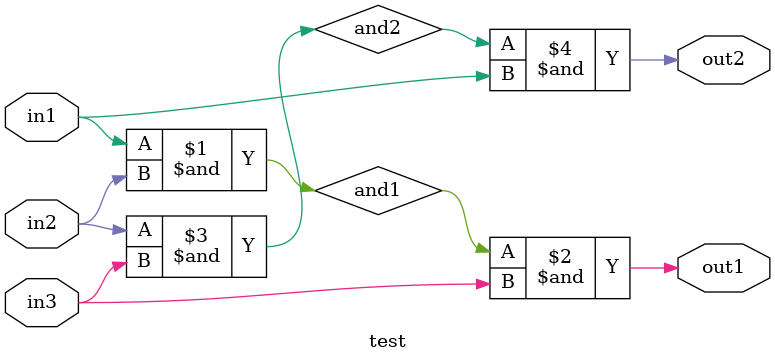
<source format=v>
module test( out1, out2, in1, in2, in3 );

  output  out1, out2;
  input   in1, in2, in3;

  wire and1, and2;

  assign and1 = in1   & in2;
  assign out1 = and1  & in3;
  assign and2 = in2   & in3;
  assign out2 = and2  & in1;

endmodule

</source>
